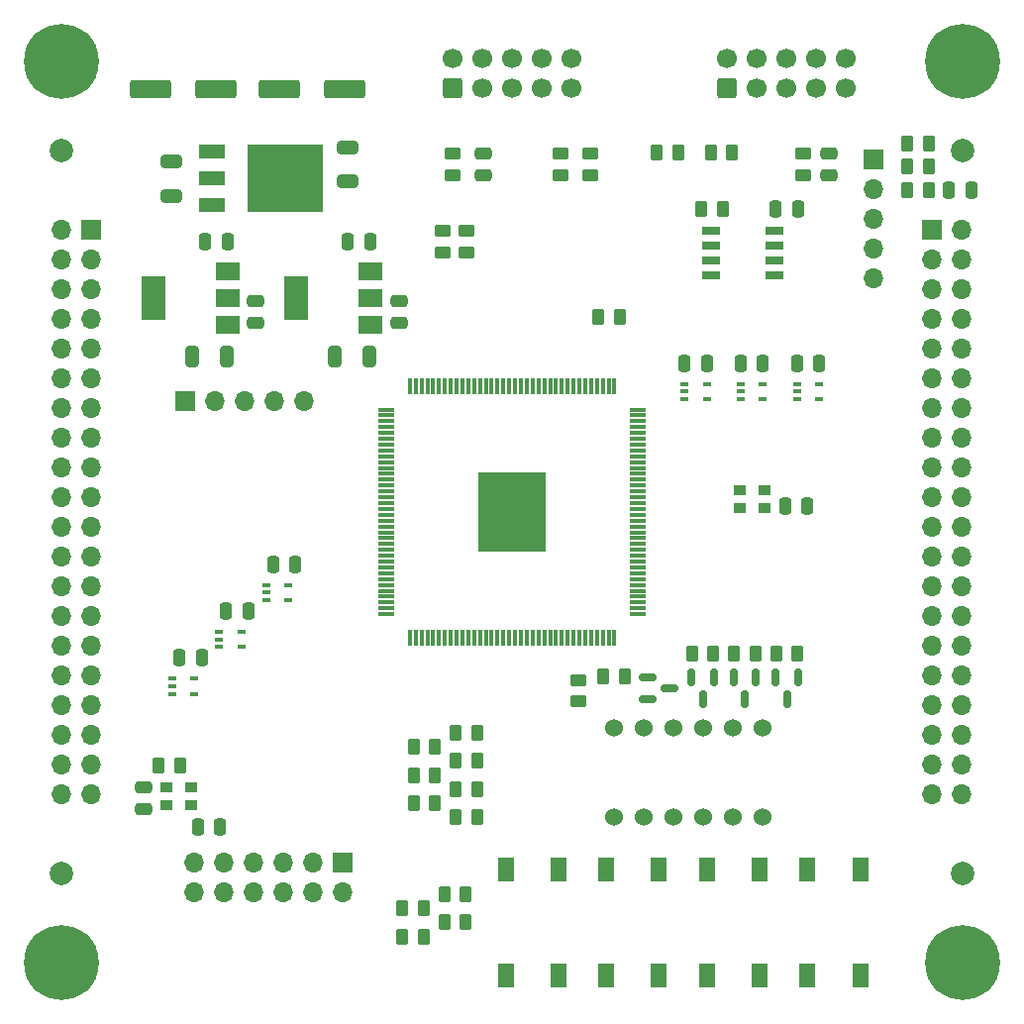
<source format=gts>
%TF.GenerationSoftware,KiCad,Pcbnew,(6.0.5)*%
%TF.CreationDate,2025-04-13T13:17:39+02:00*%
%TF.ProjectId,LandShark,4c616e64-5368-4617-926b-2e6b69636164,rev?*%
%TF.SameCoordinates,Original*%
%TF.FileFunction,Soldermask,Top*%
%TF.FilePolarity,Negative*%
%FSLAX46Y46*%
G04 Gerber Fmt 4.6, Leading zero omitted, Abs format (unit mm)*
G04 Created by KiCad (PCBNEW (6.0.5)) date 2025-04-13 13:17:39*
%MOMM*%
%LPD*%
G01*
G04 APERTURE LIST*
G04 Aperture macros list*
%AMRoundRect*
0 Rectangle with rounded corners*
0 $1 Rounding radius*
0 $2 $3 $4 $5 $6 $7 $8 $9 X,Y pos of 4 corners*
0 Add a 4 corners polygon primitive as box body*
4,1,4,$2,$3,$4,$5,$6,$7,$8,$9,$2,$3,0*
0 Add four circle primitives for the rounded corners*
1,1,$1+$1,$2,$3*
1,1,$1+$1,$4,$5*
1,1,$1+$1,$6,$7*
1,1,$1+$1,$8,$9*
0 Add four rect primitives between the rounded corners*
20,1,$1+$1,$2,$3,$4,$5,0*
20,1,$1+$1,$4,$5,$6,$7,0*
20,1,$1+$1,$6,$7,$8,$9,0*
20,1,$1+$1,$8,$9,$2,$3,0*%
G04 Aperture macros list end*
%ADD10C,2.000000*%
%ADD11RoundRect,0.250000X0.250000X0.475000X-0.250000X0.475000X-0.250000X-0.475000X0.250000X-0.475000X0*%
%ADD12R,1.700000X1.700000*%
%ADD13O,1.700000X1.700000*%
%ADD14RoundRect,0.250000X0.600000X-0.600000X0.600000X0.600000X-0.600000X0.600000X-0.600000X-0.600000X0*%
%ADD15C,1.700000*%
%ADD16RoundRect,0.250000X-0.325000X-0.650000X0.325000X-0.650000X0.325000X0.650000X-0.325000X0.650000X0*%
%ADD17RoundRect,0.250000X0.650000X-0.325000X0.650000X0.325000X-0.650000X0.325000X-0.650000X-0.325000X0*%
%ADD18RoundRect,0.250000X-0.450000X0.262500X-0.450000X-0.262500X0.450000X-0.262500X0.450000X0.262500X0*%
%ADD19RoundRect,0.250000X-0.262500X-0.450000X0.262500X-0.450000X0.262500X0.450000X-0.262500X0.450000X0*%
%ADD20RoundRect,0.250000X-0.250000X-0.475000X0.250000X-0.475000X0.250000X0.475000X-0.250000X0.475000X0*%
%ADD21RoundRect,0.150000X-0.150000X0.587500X-0.150000X-0.587500X0.150000X-0.587500X0.150000X0.587500X0*%
%ADD22R,1.400000X2.100000*%
%ADD23R,0.650000X0.400000*%
%ADD24RoundRect,0.250000X0.262500X0.450000X-0.262500X0.450000X-0.262500X-0.450000X0.262500X-0.450000X0*%
%ADD25C,6.400000*%
%ADD26R,1.000000X0.900000*%
%ADD27RoundRect,0.250000X0.450000X-0.262500X0.450000X0.262500X-0.450000X0.262500X-0.450000X-0.262500X0*%
%ADD28R,0.300000X1.475000*%
%ADD29R,1.475000X0.300000*%
%ADD30R,5.765000X6.760000*%
%ADD31RoundRect,0.250000X-0.650000X0.325000X-0.650000X-0.325000X0.650000X-0.325000X0.650000X0.325000X0*%
%ADD32R,2.200000X1.200000*%
%ADD33R,6.400000X5.800000*%
%ADD34RoundRect,0.250000X-0.475000X0.250000X-0.475000X-0.250000X0.475000X-0.250000X0.475000X0.250000X0*%
%ADD35RoundRect,0.250000X1.500000X0.550000X-1.500000X0.550000X-1.500000X-0.550000X1.500000X-0.550000X0*%
%ADD36RoundRect,0.250000X-1.500000X-0.550000X1.500000X-0.550000X1.500000X0.550000X-1.500000X0.550000X0*%
%ADD37RoundRect,0.150000X-0.587500X-0.150000X0.587500X-0.150000X0.587500X0.150000X-0.587500X0.150000X0*%
%ADD38C,1.524000*%
%ADD39R,2.000000X1.500000*%
%ADD40R,2.000000X3.800000*%
%ADD41R,1.500000X0.650000*%
G04 APERTURE END LIST*
D10*
%TO.C,TP2*%
X173000000Y-69600000D03*
%TD*%
D11*
%TO.C,C15*%
X111950000Y-109000000D03*
X110050000Y-109000000D03*
%TD*%
D12*
%TO.C,J2*%
X170420000Y-76370000D03*
D13*
X172960000Y-76370000D03*
X170420000Y-78910000D03*
X172960000Y-78910000D03*
X170420000Y-81450000D03*
X172960000Y-81450000D03*
X170420000Y-83990000D03*
X172960000Y-83990000D03*
X170420000Y-86530000D03*
X172960000Y-86530000D03*
X170420000Y-89070000D03*
X172960000Y-89070000D03*
X170420000Y-91610000D03*
X172960000Y-91610000D03*
X170420000Y-94150000D03*
X172960000Y-94150000D03*
X170420000Y-96690000D03*
X172960000Y-96690000D03*
X170420000Y-99230000D03*
X172960000Y-99230000D03*
X170420000Y-101770000D03*
X172960000Y-101770000D03*
X170420000Y-104310000D03*
X172960000Y-104310000D03*
X170420000Y-106850000D03*
X172960000Y-106850000D03*
X170420000Y-109390000D03*
X172960000Y-109390000D03*
X170420000Y-111930000D03*
X172960000Y-111930000D03*
X170420000Y-114470000D03*
X172960000Y-114470000D03*
X170420000Y-117010000D03*
X172960000Y-117010000D03*
X170420000Y-119550000D03*
X172960000Y-119550000D03*
X170420000Y-122090000D03*
X172960000Y-122090000D03*
X170420000Y-124630000D03*
X172960000Y-124630000D03*
%TD*%
D10*
%TO.C,TP3*%
X96000000Y-131400000D03*
%TD*%
D14*
%TO.C,J4*%
X129420000Y-64300000D03*
D15*
X129420000Y-61760000D03*
X131960000Y-64300000D03*
X131960000Y-61760000D03*
X134500000Y-64300000D03*
X134500000Y-61760000D03*
X137040000Y-64300000D03*
X137040000Y-61760000D03*
X139580000Y-64300000D03*
X139580000Y-61760000D03*
%TD*%
D16*
%TO.C,C8*%
X107125000Y-87200000D03*
X110075000Y-87200000D03*
%TD*%
D17*
%TO.C,C4*%
X105400000Y-73475000D03*
X105400000Y-70525000D03*
%TD*%
D18*
%TO.C,R13*%
X130600000Y-76487500D03*
X130600000Y-78312500D03*
%TD*%
D19*
%TO.C,R32*%
X168287500Y-69000000D03*
X170112500Y-69000000D03*
%TD*%
%TO.C,R24*%
X153487500Y-112600000D03*
X155312500Y-112600000D03*
%TD*%
D20*
%TO.C,C40*%
X157850000Y-100000000D03*
X159750000Y-100000000D03*
%TD*%
%TO.C,C44*%
X107650000Y-127400000D03*
X109550000Y-127400000D03*
%TD*%
D21*
%TO.C,Q1*%
X158950000Y-114662500D03*
X157050000Y-114662500D03*
X158000000Y-116537500D03*
%TD*%
D22*
%TO.C,S4*%
X164250000Y-131050000D03*
X164250000Y-140150000D03*
X159750000Y-131050000D03*
X159750000Y-140150000D03*
%TD*%
D23*
%TO.C,U10*%
X158850000Y-89550000D03*
X158850000Y-90200000D03*
X158850000Y-90850000D03*
X160750000Y-90850000D03*
X160750000Y-89550000D03*
%TD*%
D24*
%TO.C,R30*%
X170112500Y-73000000D03*
X168287500Y-73000000D03*
%TD*%
D11*
%TO.C,C14*%
X107950000Y-113000000D03*
X106050000Y-113000000D03*
%TD*%
D19*
%TO.C,R4*%
X128687500Y-135600000D03*
X130512500Y-135600000D03*
%TD*%
D10*
%TO.C,TP1*%
X96000000Y-69600000D03*
%TD*%
D25*
%TO.C,H3*%
X96000000Y-139000000D03*
%TD*%
D19*
%TO.C,R25*%
X149887500Y-112600000D03*
X151712500Y-112600000D03*
%TD*%
D11*
%TO.C,C6*%
X122350000Y-77400000D03*
X120450000Y-77400000D03*
%TD*%
D26*
%TO.C,X1*%
X156075000Y-98625000D03*
X153925000Y-98625000D03*
X153925000Y-100175000D03*
X156075000Y-100175000D03*
%TD*%
D23*
%TO.C,U7*%
X113450000Y-106750000D03*
X113450000Y-107400000D03*
X113450000Y-108050000D03*
X115350000Y-108050000D03*
X115350000Y-106750000D03*
%TD*%
D22*
%TO.C,S3*%
X155650000Y-131050000D03*
X155650000Y-140150000D03*
X151150000Y-131050000D03*
X151150000Y-140150000D03*
%TD*%
D23*
%TO.C,U5*%
X105450000Y-114750000D03*
X105450000Y-115400000D03*
X105450000Y-116050000D03*
X107350000Y-116050000D03*
X107350000Y-114750000D03*
%TD*%
D22*
%TO.C,S1*%
X138450000Y-131050000D03*
X138450000Y-140150000D03*
X133950000Y-131050000D03*
X133950000Y-140150000D03*
%TD*%
D20*
%TO.C,C13*%
X157050000Y-74600000D03*
X158950000Y-74600000D03*
%TD*%
D19*
%TO.C,R19*%
X129687500Y-126600000D03*
X131512500Y-126600000D03*
%TD*%
D27*
%TO.C,R12*%
X129400000Y-71712500D03*
X129400000Y-69887500D03*
%TD*%
D21*
%TO.C,Q3*%
X151750000Y-114662500D03*
X149850000Y-114662500D03*
X150800000Y-116537500D03*
%TD*%
D19*
%TO.C,R22*%
X129687500Y-124200000D03*
X131512500Y-124200000D03*
%TD*%
D25*
%TO.C,H4*%
X173000000Y-139000000D03*
%TD*%
D22*
%TO.C,S2*%
X147050000Y-131050000D03*
X147050000Y-140150000D03*
X142550000Y-131050000D03*
X142550000Y-140150000D03*
%TD*%
D18*
%TO.C,R11*%
X138600000Y-69887500D03*
X138600000Y-71712500D03*
%TD*%
D11*
%TO.C,C18*%
X155950000Y-87800000D03*
X154050000Y-87800000D03*
%TD*%
D25*
%TO.C,H2*%
X173000000Y-62000000D03*
%TD*%
D19*
%TO.C,R5*%
X125087500Y-136800000D03*
X126912500Y-136800000D03*
%TD*%
%TO.C,R9*%
X146887500Y-69800000D03*
X148712500Y-69800000D03*
%TD*%
%TO.C,R21*%
X129687500Y-121800000D03*
X131512500Y-121800000D03*
%TD*%
%TO.C,R28*%
X168287500Y-71000000D03*
X170112500Y-71000000D03*
%TD*%
%TO.C,R3*%
X125087500Y-134400000D03*
X126912500Y-134400000D03*
%TD*%
D12*
%TO.C,J6*%
X106525000Y-91000000D03*
D13*
X109065000Y-91000000D03*
X111605000Y-91000000D03*
X114145000Y-91000000D03*
X116685000Y-91000000D03*
%TD*%
D12*
%TO.C,J1*%
X98500000Y-76370000D03*
D13*
X95960000Y-76370000D03*
X98500000Y-78910000D03*
X95960000Y-78910000D03*
X98500000Y-81450000D03*
X95960000Y-81450000D03*
X98500000Y-83990000D03*
X95960000Y-83990000D03*
X98500000Y-86530000D03*
X95960000Y-86530000D03*
X98500000Y-89070000D03*
X95960000Y-89070000D03*
X98500000Y-91610000D03*
X95960000Y-91610000D03*
X98500000Y-94150000D03*
X95960000Y-94150000D03*
X98500000Y-96690000D03*
X95960000Y-96690000D03*
X98500000Y-99230000D03*
X95960000Y-99230000D03*
X98500000Y-101770000D03*
X95960000Y-101770000D03*
X98500000Y-104310000D03*
X95960000Y-104310000D03*
X98500000Y-106850000D03*
X95960000Y-106850000D03*
X98500000Y-109390000D03*
X95960000Y-109390000D03*
X98500000Y-111930000D03*
X95960000Y-111930000D03*
X98500000Y-114470000D03*
X95960000Y-114470000D03*
X98500000Y-117010000D03*
X95960000Y-117010000D03*
X98500000Y-119550000D03*
X95960000Y-119550000D03*
X98500000Y-122090000D03*
X95960000Y-122090000D03*
X98500000Y-124630000D03*
X95960000Y-124630000D03*
%TD*%
D28*
%TO.C,IC1*%
X143250000Y-89762000D03*
X142750000Y-89762000D03*
X142250000Y-89762000D03*
X141750000Y-89762000D03*
X141250000Y-89762000D03*
X140750000Y-89762000D03*
X140250000Y-89762000D03*
X139750000Y-89762000D03*
X139250000Y-89762000D03*
X138750000Y-89762000D03*
X138250000Y-89762000D03*
X137750000Y-89762000D03*
X137250000Y-89762000D03*
X136750000Y-89762000D03*
X136250000Y-89762000D03*
X135750000Y-89762000D03*
X135250000Y-89762000D03*
X134750000Y-89762000D03*
X134250000Y-89762000D03*
X133750000Y-89762000D03*
X133250000Y-89762000D03*
X132750000Y-89762000D03*
X132250000Y-89762000D03*
X131750000Y-89762000D03*
X131250000Y-89762000D03*
X130750000Y-89762000D03*
X130250000Y-89762000D03*
X129750000Y-89762000D03*
X129250000Y-89762000D03*
X128750000Y-89762000D03*
X128250000Y-89762000D03*
X127750000Y-89762000D03*
X127250000Y-89762000D03*
X126750000Y-89762000D03*
X126250000Y-89762000D03*
X125750000Y-89762000D03*
D29*
X123762000Y-91750000D03*
X123762000Y-92250000D03*
X123762000Y-92750000D03*
X123762000Y-93250000D03*
X123762000Y-93750000D03*
X123762000Y-94250000D03*
X123762000Y-94750000D03*
X123762000Y-95250000D03*
X123762000Y-95750000D03*
X123762000Y-96250000D03*
X123762000Y-96750000D03*
X123762000Y-97250000D03*
X123762000Y-97750000D03*
X123762000Y-98250000D03*
X123762000Y-98750000D03*
X123762000Y-99250000D03*
X123762000Y-99750000D03*
X123762000Y-100250000D03*
X123762000Y-100750000D03*
X123762000Y-101250000D03*
X123762000Y-101750000D03*
X123762000Y-102250000D03*
X123762000Y-102750000D03*
X123762000Y-103250000D03*
X123762000Y-103750000D03*
X123762000Y-104250000D03*
X123762000Y-104750000D03*
X123762000Y-105250000D03*
X123762000Y-105750000D03*
X123762000Y-106250000D03*
X123762000Y-106750000D03*
X123762000Y-107250000D03*
X123762000Y-107750000D03*
X123762000Y-108250000D03*
X123762000Y-108750000D03*
X123762000Y-109250000D03*
D28*
X125750000Y-111238000D03*
X126250000Y-111238000D03*
X126750000Y-111238000D03*
X127250000Y-111238000D03*
X127750000Y-111238000D03*
X128250000Y-111238000D03*
X128750000Y-111238000D03*
X129250000Y-111238000D03*
X129750000Y-111238000D03*
X130250000Y-111238000D03*
X130750000Y-111238000D03*
X131250000Y-111238000D03*
X131750000Y-111238000D03*
X132250000Y-111238000D03*
X132750000Y-111238000D03*
X133250000Y-111238000D03*
X133750000Y-111238000D03*
X134250000Y-111238000D03*
X134750000Y-111238000D03*
X135250000Y-111238000D03*
X135750000Y-111238000D03*
X136250000Y-111238000D03*
X136750000Y-111238000D03*
X137250000Y-111238000D03*
X137750000Y-111238000D03*
X138250000Y-111238000D03*
X138750000Y-111238000D03*
X139250000Y-111238000D03*
X139750000Y-111238000D03*
X140250000Y-111238000D03*
X140750000Y-111238000D03*
X141250000Y-111238000D03*
X141750000Y-111238000D03*
X142250000Y-111238000D03*
X142750000Y-111238000D03*
X143250000Y-111238000D03*
D29*
X145238000Y-109250000D03*
X145238000Y-108750000D03*
X145238000Y-108250000D03*
X145238000Y-107750000D03*
X145238000Y-107250000D03*
X145238000Y-106750000D03*
X145238000Y-106250000D03*
X145238000Y-105750000D03*
X145238000Y-105250000D03*
X145238000Y-104750000D03*
X145238000Y-104250000D03*
X145238000Y-103750000D03*
X145238000Y-103250000D03*
X145238000Y-102750000D03*
X145238000Y-102250000D03*
X145238000Y-101750000D03*
X145238000Y-101250000D03*
X145238000Y-100750000D03*
X145238000Y-100250000D03*
X145238000Y-99750000D03*
X145238000Y-99250000D03*
X145238000Y-98750000D03*
X145238000Y-98250000D03*
X145238000Y-97750000D03*
X145238000Y-97250000D03*
X145238000Y-96750000D03*
X145238000Y-96250000D03*
X145238000Y-95750000D03*
X145238000Y-95250000D03*
X145238000Y-94750000D03*
X145238000Y-94250000D03*
X145238000Y-93750000D03*
X145238000Y-93250000D03*
X145238000Y-92750000D03*
X145238000Y-92250000D03*
X145238000Y-91750000D03*
D30*
X134500000Y-100500000D03*
%TD*%
D27*
%TO.C,R8*%
X159400000Y-71712500D03*
X159400000Y-69887500D03*
%TD*%
D31*
%TO.C,C10*%
X120400000Y-69325000D03*
X120400000Y-72275000D03*
%TD*%
D32*
%TO.C,U1*%
X108800000Y-69720000D03*
D33*
X115100000Y-72000000D03*
D32*
X108800000Y-72000000D03*
X108800000Y-74280000D03*
%TD*%
D24*
%TO.C,R33*%
X106112500Y-122200000D03*
X104287500Y-122200000D03*
%TD*%
D23*
%TO.C,U9*%
X154050000Y-89550000D03*
X154050000Y-90200000D03*
X154050000Y-90850000D03*
X155950000Y-90850000D03*
X155950000Y-89550000D03*
%TD*%
D18*
%TO.C,R10*%
X141200000Y-69887500D03*
X141200000Y-71712500D03*
%TD*%
D10*
%TO.C,TP4*%
X173000000Y-131400000D03*
%TD*%
D34*
%TO.C,C1*%
X161600000Y-69850000D03*
X161600000Y-71750000D03*
%TD*%
D35*
%TO.C,C7*%
X120200000Y-64400000D03*
X114600000Y-64400000D03*
%TD*%
D23*
%TO.C,U6*%
X109450000Y-110750000D03*
X109450000Y-111400000D03*
X109450000Y-112050000D03*
X111350000Y-112050000D03*
X111350000Y-110750000D03*
%TD*%
D34*
%TO.C,C41*%
X103000000Y-124050000D03*
X103000000Y-125950000D03*
%TD*%
D19*
%TO.C,R2*%
X128687500Y-133200000D03*
X130512500Y-133200000D03*
%TD*%
%TO.C,R18*%
X126087500Y-125400000D03*
X127912500Y-125400000D03*
%TD*%
%TO.C,R26*%
X142287500Y-114600000D03*
X144112500Y-114600000D03*
%TD*%
D25*
%TO.C,H1*%
X96000000Y-62000000D03*
%TD*%
D19*
%TO.C,R23*%
X157087500Y-112600000D03*
X158912500Y-112600000D03*
%TD*%
D12*
%TO.C,J5*%
X120000000Y-130500000D03*
D13*
X117460000Y-130500000D03*
X114920000Y-130500000D03*
X112380000Y-130500000D03*
X109840000Y-130500000D03*
X107300000Y-130500000D03*
X120000000Y-133040000D03*
X117460000Y-133040000D03*
X114920000Y-133040000D03*
X112380000Y-133040000D03*
X109840000Y-133040000D03*
X107300000Y-133040000D03*
%TD*%
D36*
%TO.C,C3*%
X103600000Y-64400000D03*
X109200000Y-64400000D03*
%TD*%
D19*
%TO.C,R1*%
X150687500Y-74600000D03*
X152512500Y-74600000D03*
%TD*%
D11*
%TO.C,C5*%
X110150000Y-77400000D03*
X108250000Y-77400000D03*
%TD*%
D14*
%TO.C,J3*%
X152900000Y-64300000D03*
D15*
X152900000Y-61760000D03*
X155440000Y-64300000D03*
X155440000Y-61760000D03*
X157980000Y-64300000D03*
X157980000Y-61760000D03*
X160520000Y-64300000D03*
X160520000Y-61760000D03*
X163060000Y-64300000D03*
X163060000Y-61760000D03*
%TD*%
D19*
%TO.C,R20*%
X129687500Y-119400000D03*
X131512500Y-119400000D03*
%TD*%
D37*
%TO.C,Q4*%
X146062500Y-114650000D03*
X146062500Y-116550000D03*
X147937500Y-115600000D03*
%TD*%
D11*
%TO.C,C17*%
X151150000Y-87800000D03*
X149250000Y-87800000D03*
%TD*%
%TO.C,C19*%
X160750000Y-87800000D03*
X158850000Y-87800000D03*
%TD*%
D24*
%TO.C,R7*%
X153312500Y-69800000D03*
X151487500Y-69800000D03*
%TD*%
D34*
%TO.C,C12*%
X124800000Y-82450000D03*
X124800000Y-84350000D03*
%TD*%
%TO.C,C11*%
X112600000Y-82450000D03*
X112600000Y-84350000D03*
%TD*%
D19*
%TO.C,R16*%
X126087500Y-120600000D03*
X127912500Y-120600000D03*
%TD*%
D26*
%TO.C,X2*%
X104925000Y-125575000D03*
X107075000Y-125575000D03*
X107075000Y-124025000D03*
X104925000Y-124025000D03*
%TD*%
D38*
%TO.C,U4*%
X143250000Y-126610000D03*
X145790000Y-126610000D03*
X148330000Y-126610000D03*
X150870000Y-126610000D03*
X153410000Y-126610000D03*
X155950000Y-126610000D03*
X155950000Y-118990000D03*
X153410000Y-118990000D03*
X150870000Y-118990000D03*
X148330000Y-118990000D03*
X145790000Y-118990000D03*
X143250000Y-118990000D03*
%TD*%
D39*
%TO.C,U3*%
X122350000Y-84500000D03*
X122350000Y-82200000D03*
D40*
X116050000Y-82200000D03*
D39*
X122350000Y-79900000D03*
%TD*%
D21*
%TO.C,Q2*%
X155350000Y-114662500D03*
X153450000Y-114662500D03*
X154400000Y-116537500D03*
%TD*%
D16*
%TO.C,C9*%
X119325000Y-87200000D03*
X122275000Y-87200000D03*
%TD*%
D20*
%TO.C,C42*%
X171850000Y-73000000D03*
X173750000Y-73000000D03*
%TD*%
D19*
%TO.C,R17*%
X126087500Y-123000000D03*
X127912500Y-123000000D03*
%TD*%
D23*
%TO.C,U8*%
X149250000Y-89550000D03*
X149250000Y-90200000D03*
X149250000Y-90850000D03*
X151150000Y-90850000D03*
X151150000Y-89550000D03*
%TD*%
D18*
%TO.C,R15*%
X140200000Y-114887500D03*
X140200000Y-116712500D03*
%TD*%
D41*
%TO.C,IC2*%
X151500000Y-76495000D03*
X151500000Y-77765000D03*
X151500000Y-79035000D03*
X151500000Y-80305000D03*
X156900000Y-80305000D03*
X156900000Y-79035000D03*
X156900000Y-77765000D03*
X156900000Y-76495000D03*
%TD*%
D39*
%TO.C,U2*%
X110150000Y-84500000D03*
X110150000Y-82200000D03*
D40*
X103850000Y-82200000D03*
D39*
X110150000Y-79900000D03*
%TD*%
D11*
%TO.C,C16*%
X115950000Y-105000000D03*
X114050000Y-105000000D03*
%TD*%
D18*
%TO.C,R14*%
X128600000Y-76487500D03*
X128600000Y-78312500D03*
%TD*%
D12*
%TO.C,J7*%
X165400000Y-70380000D03*
D13*
X165400000Y-72920000D03*
X165400000Y-75460000D03*
X165400000Y-78000000D03*
X165400000Y-80540000D03*
%TD*%
D24*
%TO.C,R6*%
X143712500Y-83800000D03*
X141887500Y-83800000D03*
%TD*%
D34*
%TO.C,C2*%
X132000000Y-69850000D03*
X132000000Y-71750000D03*
%TD*%
M02*

</source>
